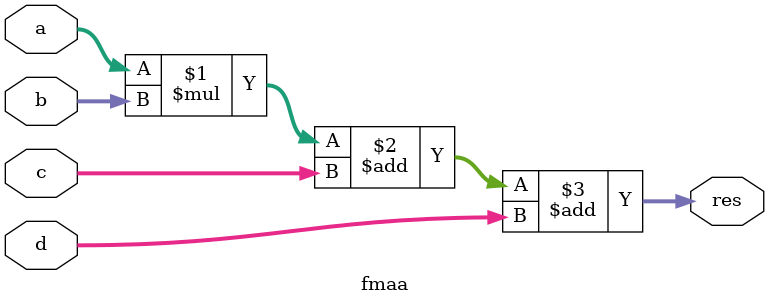
<source format=sv>
module fmaa #(
    BW = 54
)
(
    input logic [BW-1:0] a,
    input logic [BW-1:0] b,
    input logic [3*BW:0] c,
    input logic [3*BW:0] d,
    output logic [3*BW:0] res
);

assign res = a*b + c + d;

endmodule

</source>
